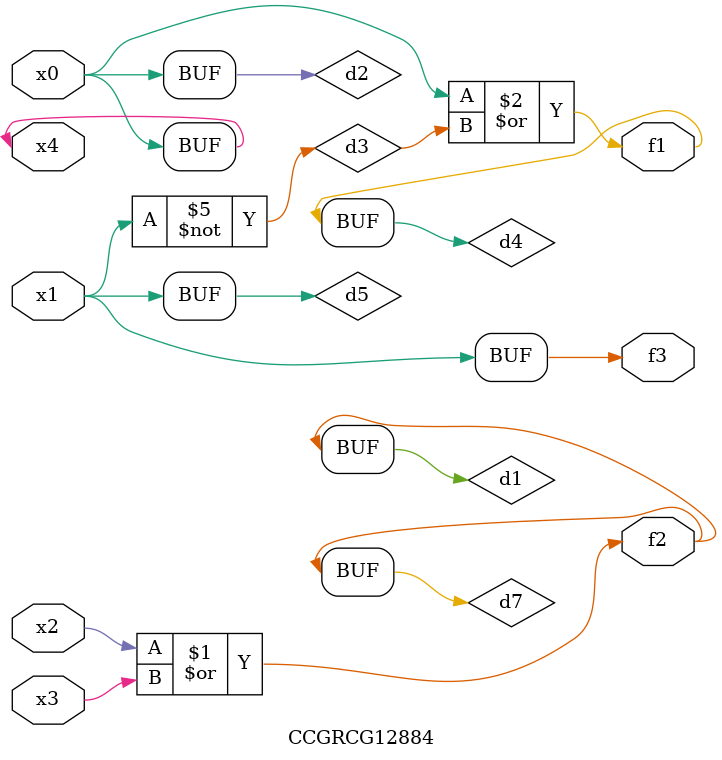
<source format=v>
module CCGRCG12884(
	input x0, x1, x2, x3, x4,
	output f1, f2, f3
);

	wire d1, d2, d3, d4, d5, d6, d7;

	or (d1, x2, x3);
	buf (d2, x0, x4);
	not (d3, x1);
	or (d4, d2, d3);
	not (d5, d3);
	nand (d6, d1, d3);
	or (d7, d1);
	assign f1 = d4;
	assign f2 = d7;
	assign f3 = d5;
endmodule

</source>
